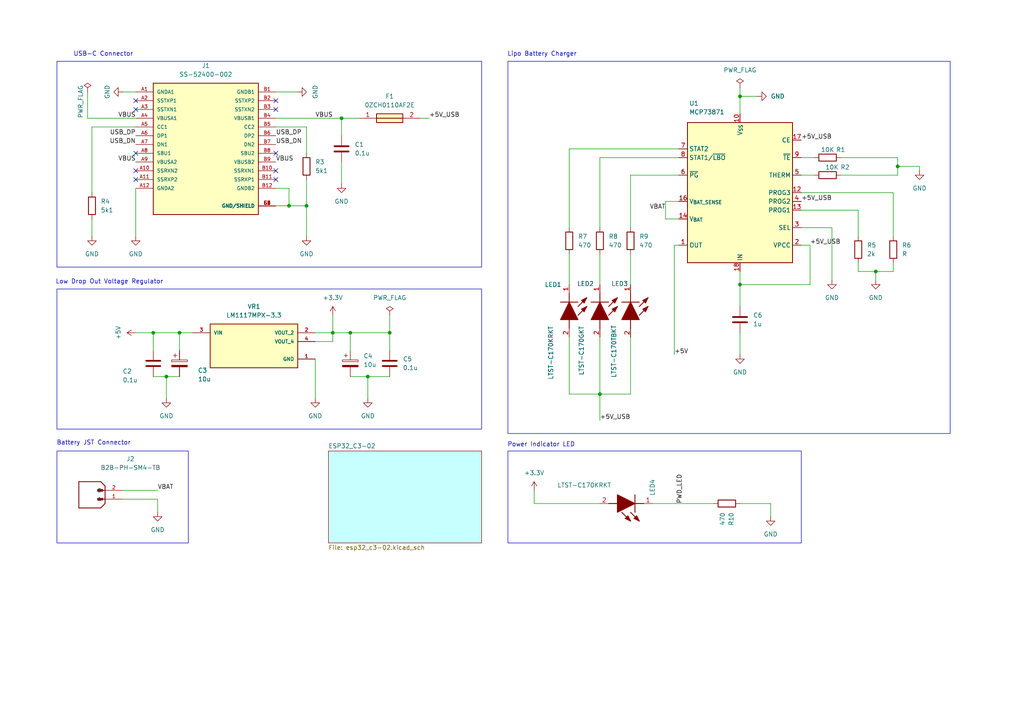
<source format=kicad_sch>
(kicad_sch (version 20250114) (generator "eeschema") (generator_version "9.0")
  (paper "A4")
  (title_block (title "ESP32 Sensor Board") (date "2025-04-18") (company "MCC") (comment 1 "test") (comment 2 "test2") (comment 3 "test3"))
  (lib_symbols
    (symbol "0ZCH0110AF2E:0ZCH0110AF2E" (pin_names (hide yes))
      (property "Reference" "F" (at 13.97 6.35 0))
      (property "Value" "0ZCH0110AF2E" (at 13.97 3.81 0))
      (symbol "0ZCH0110AF2E_1_1"
        (rectangle (start 5.08 1.27) (end 12.7 -1.27) (stroke (width 0.254)) (fill (type background)))
        (polyline (pts (xy 5.08 0) (xy 12.7 0)) (stroke (width 0.254)))
        (pin passive line (at 0 0 0) (length 5.08) (name "1") (number "1"))
        (pin passive line (at 17.78 0 180) (length 5.08) (name "2") (number "2"))
      )
    )
    (symbol "B2B-PH-SM4-TB:B2B-PH-SM4-TB" (pin_names (offset 1.016))
      (property "Reference" "J" (at 0 6.35 0))
      (property "Value" "B2B-PH-SM4-TB" (at 0 -5.08 0))
      (symbol "B2B-PH-SM4-TB_0_0"
        (polyline (pts (xy 0 3.81) (xy 0 2.54)) (stroke (width 0.254)))
        (polyline (pts (xy 0 3.81) (xy 1.27 5.08)) (stroke (width 0.254)))
        (polyline (pts (xy 0 2.54) (xy 0 -1.27)) (stroke (width 0.254)))
        (polyline (pts (xy 0 2.54) (xy 1.905 2.54)) (stroke (width 0.254)))
        (polyline (pts (xy 0 0) (xy 1.905 0)) (stroke (width 0.254)))
        (polyline (pts (xy 0 -1.27) (xy 1.27 -2.54)) (stroke (width 0.254)))
        (rectangle (start 0.635 2.2225) (end 2.2225 2.8575) (stroke (width 0.1)) (fill (type outline)))
        (rectangle (start 0.635 -0.3175) (end 2.2225 0.3175) (stroke (width 0.1)) (fill (type outline)))
        (polyline (pts (xy 1.27 -2.54) (xy 7.62 -2.54)) (stroke (width 0.254)))
        (polyline (pts (xy 7.62 5.08) (xy 1.27 5.08)) (stroke (width 0.254)))
        (polyline (pts (xy 7.62 -2.54) (xy 7.62 5.08)) (stroke (width 0.254)))
        (pin passive line (at -5.08 2.54 0) (length 5.08) (name "1") (number "1"))
        (pin passive line (at -5.08 0 0) (length 5.08) (name "2") (number "2"))
      )
    )
    (symbol "Battery_Management:MCP73871"
      (property "Reference" "U" (at -7.62 24.13 0))
      (property "Value" "MCP73871" (at -15.24 21.59 0))
      (symbol "MCP73871_0_1"
        (rectangle (start -15.24 20.32) (end 15.24 -20.32) (stroke (width 0.254)) (fill (type background)))
      )
      (symbol "MCP73871_1_1"
        (pin input line (at -17.78 15.24 0) (length 2.54) (name "VPCC") (number "2"))
        (pin input line (at -17.78 10.16 0) (length 2.54) (name "SEL") (number "3"))
        (pin bidirectional line (at -17.78 5.08 0) (length 2.54) (name "PROG1") (number "13"))
        (pin input line (at -17.78 2.54 0) (length 2.54) (name "PROG2") (number "4"))
        (pin bidirectional line (at -17.78 0 0) (length 2.54) (name "PROG3") (number "12"))
        (pin bidirectional line (at -17.78 -5.08 0) (length 2.54) (name "THERM") (number "5"))
        (pin input line (at -17.78 -10.16 0) (length 2.54) (name "~{TE}") (number "9"))
        (pin input line (at -17.78 -15.24 0) (length 2.54) (name "CE") (number "17"))
        (pin power_in line (at 0 22.86 270) (length 2.54) (name "IN") (number "18"))
        (pin passive line (at 0 22.86 270) (length 2.54) (hide yes) (name "IN") (number "19"))
        (pin power_in line (at 0 -22.86 90) (length 2.54) (name "V_{SS}") (number "10"))
        (pin passive line (at 0 -22.86 90) (length 2.54) (hide yes) (name "V_{SS}") (number "11"))
        (pin passive line (at 0 -22.86 90) (length 2.54) (hide yes) (name "V_{SS}") (number "21"))
        (pin power_out line (at 17.78 15.24 180) (length 2.54) (name "OUT") (number "1"))
        (pin passive line (at 17.78 15.24 180) (length 2.54) (hide yes) (name "OUT") (number "20"))
        (pin power_out line (at 17.78 7.62 180) (length 2.54) (name "V_{BAT}") (number "14"))
        (pin passive line (at 17.78 7.62 180) (length 2.54) (hide yes) (name "V_{BAT}") (number "15"))
        (pin input line (at 17.78 2.54 180) (length 2.54) (name "V_{BAT_SENSE}") (number "16"))
        (pin open_collector line (at 17.78 -5.08 180) (length 2.54) (name "~{PG}") (number "6"))
        (pin open_collector line (at 17.78 -10.16 180) (length 2.54) (name "STAT1/~{LBO}") (number "8"))
        (pin open_collector line (at 17.78 -12.7 180) (length 2.54) (name "STAT2") (number "7"))
      )
    )
    (symbol "Device:C" (pin_numbers (hide yes)) (pin_names (offset 0.254))
      (property "Reference" "C" (at 0.635 2.54 0))
      (property "Value" "C" (at 0.635 -2.54 0))
      (symbol "C_0_1"
        (polyline (pts (xy -2.032 0.762) (xy 2.032 0.762)) (stroke (width 0.508)))
        (polyline (pts (xy -2.032 -0.762) (xy 2.032 -0.762)) (stroke (width 0.508)))
      )
      (symbol "C_1_1"
        (pin passive line (at 0 3.81 270) (length 2.794) (name "~") (number "1"))
        (pin passive line (at 0 -3.81 90) (length 2.794) (name "~") (number "2"))
      )
    )
    (symbol "Device:C_Polarized" (pin_numbers (hide yes)) (pin_names (offset 0.254))
      (property "Reference" "C" (at 0.635 2.54 0))
      (property "Value" "C_Polarized" (at 0.635 -2.54 0))
      (symbol "C_Polarized_0_1"
        (rectangle (start -2.286 0.508) (end 2.286 1.016))
        (polyline (pts (xy -1.778 2.286) (xy -0.762 2.286)))
        (polyline (pts (xy -1.27 2.794) (xy -1.27 1.778)))
        (rectangle (start 2.286 -0.508) (end -2.286 -1.016) (fill (type outline)))
      )
      (symbol "C_Polarized_1_1"
        (pin passive line (at 0 3.81 270) (length 2.794) (name "~") (number "1"))
        (pin passive line (at 0 -3.81 90) (length 2.794) (name "~") (number "2"))
      )
    )
    (symbol "Device:R" (pin_numbers (hide yes)) (pin_names (offset 0))
      (property "Reference" "R" (at 2.032 0 90))
      (property "Value" "R" (at 0 0 90))
      (symbol "R_0_1"
        (rectangle (start -1.016 -2.54) (end 1.016 2.54) (stroke (width 0.254)))
      )
      (symbol "R_1_1"
        (pin passive line (at 0 3.81 270) (length 1.27) (name "~") (number "1"))
        (pin passive line (at 0 -3.81 90) (length 1.27) (name "~") (number "2"))
      )
    )
    (symbol "LM1117MPX-3.3:LM1117MPX-3.3" (pin_names (offset 1.016))
      (property "Reference" "VR" (at -12.7 6.08 0))
      (property "Value" "LM1117MPX-3.3" (at -12.7 -9.08 0))
      (symbol "LM1117MPX-3.3_0_0"
        (rectangle (start -12.7 -7.62) (end 12.7 5.08) (stroke (width 0.254)) (fill (type background)))
        (pin power_in line (at -17.78 2.54 0) (length 5.08) (name "VIN") (number "3"))
        (pin power_in line (at 17.78 2.54 180) (length 5.08) (name "VOUT_2") (number "2"))
        (pin power_in line (at 17.78 0 180) (length 5.08) (name "VOUT_4") (number "4"))
        (pin power_in line (at 17.78 -5.08 180) (length 5.08) (name "GND") (number "1"))
      )
    )
    (symbol "LTST-C170GKT:LTST-C170GKT" (pin_names (hide yes))
      (property "Reference" "LED" (at 12.7 8.89 0))
      (property "Value" "LTST-C170GKT" (at 12.7 6.35 0))
      (symbol "LTST-C170GKT_1_1"
        (polyline (pts (xy 2.54 0) (xy 5.08 0)) (stroke (width 0.254)))
        (polyline (pts (xy 5.08 2.54) (xy 5.08 -2.54)) (stroke (width 0.254)))
        (polyline (pts (xy 5.08 0) (xy 10.16 2.54) (xy 10.16 -2.54) (xy 5.08 0)) (stroke (width 0.254)) (fill (type outline)))
        (polyline (pts (xy 5.334 4.318) (xy 4.572 3.556) (xy 3.81 5.08) (xy 5.334 4.318)) (stroke (width 0.254)) (fill (type outline)))
        (polyline (pts (xy 6.35 2.54) (xy 3.81 5.08)) (stroke (width 0.254)))
        (polyline (pts (xy 7.874 4.318) (xy 7.112 3.556) (xy 6.35 5.08) (xy 7.874 4.318)) (stroke (width 0.254)) (fill (type outline)))
        (polyline (pts (xy 8.89 2.54) (xy 6.35 5.08)) (stroke (width 0.254)))
        (polyline (pts (xy 10.16 0) (xy 12.7 0)) (stroke (width 0.254)))
        (pin passive line (at 0 0 0) (length 2.54) (name "K") (number "1"))
        (pin passive line (at 15.24 0 180) (length 2.54) (name "A") (number "2"))
      )
    )
    (symbol "LTST-C170KRKT:LTST-C170KRKT" (pin_names (hide yes))
      (property "Reference" "LED" (at 12.7 8.89 0))
      (property "Value" "LTST-C170KRKT" (at 12.7 6.35 0))
      (symbol "LTST-C170KRKT_1_1"
        (polyline (pts (xy 2.54 0) (xy 5.08 0)) (stroke (width 0.254)))
        (polyline (pts (xy 5.08 2.54) (xy 5.08 -2.54)) (stroke (width 0.254)))
        (polyline (pts (xy 5.08 0) (xy 10.16 2.54) (xy 10.16 -2.54) (xy 5.08 0)) (stroke (width 0.254)) (fill (type outline)))
        (polyline (pts (xy 5.334 4.318) (xy 4.572 3.556) (xy 3.81 5.08) (xy 5.334 4.318)) (stroke (width 0.254)) (fill (type outline)))
        (polyline (pts (xy 6.35 2.54) (xy 3.81 5.08)) (stroke (width 0.254)))
        (polyline (pts (xy 7.874 4.318) (xy 7.112 3.556) (xy 6.35 5.08) (xy 7.874 4.318)) (stroke (width 0.254)) (fill (type outline)))
        (polyline (pts (xy 8.89 2.54) (xy 6.35 5.08)) (stroke (width 0.254)))
        (polyline (pts (xy 10.16 0) (xy 12.7 0)) (stroke (width 0.254)))
        (pin passive line (at 0 0 0) (length 2.54) (name "K") (number "1"))
        (pin passive line (at 15.24 0 180) (length 2.54) (name "A") (number "2"))
      )
    )
    (symbol "LTST-C170TBKT:LTST-C170TBKT" (pin_names (hide yes))
      (property "Reference" "LED" (at 12.7 8.89 0))
      (property "Value" "LTST-C170TBKT" (at 12.7 6.35 0))
      (symbol "LTST-C170TBKT_1_1"
        (polyline (pts (xy 2.54 0) (xy 5.08 0)) (stroke (width 0.254)))
        (polyline (pts (xy 5.08 2.54) (xy 5.08 -2.54)) (stroke (width 0.254)))
        (polyline (pts (xy 5.08 0) (xy 10.16 2.54) (xy 10.16 -2.54) (xy 5.08 0)) (stroke (width 0.254)) (fill (type outline)))
        (polyline (pts (xy 5.334 4.318) (xy 4.572 3.556) (xy 3.81 5.08) (xy 5.334 4.318)) (stroke (width 0.254)) (fill (type outline)))
        (polyline (pts (xy 6.35 2.54) (xy 3.81 5.08)) (stroke (width 0.254)))
        (polyline (pts (xy 7.874 4.318) (xy 7.112 3.556) (xy 6.35 5.08) (xy 7.874 4.318)) (stroke (width 0.254)) (fill (type outline)))
        (polyline (pts (xy 8.89 2.54) (xy 6.35 5.08)) (stroke (width 0.254)))
        (polyline (pts (xy 10.16 0) (xy 12.7 0)) (stroke (width 0.254)))
        (pin passive line (at 0 0 0) (length 2.54) (name "K") (number "1"))
        (pin passive line (at 15.24 0 180) (length 2.54) (name "A") (number "2"))
      )
    )
    (symbol "SS-52400-002:SS-52400-002" (pin_names (offset 1.016))
      (property "Reference" "J" (at -15.24 19.05 0))
      (property "Value" "SS-52400-002" (at -15.24 -22.86 0))
      (symbol "SS-52400-002_0_0"
        (rectangle (start -15.24 -20.32) (end 15.24 17.78) (stroke (width 0.254)) (fill (type background)))
        (pin power_in line (at -20.32 15.24 0) (length 5.08) (name "GNDA1") (number "A1"))
        (pin bidirectional line (at -20.32 12.7 0) (length 5.08) (name "SSTXP1") (number "A2"))
        (pin bidirectional line (at -20.32 10.16 0) (length 5.08) (name "SSTXN1") (number "A3"))
        (pin power_in line (at -20.32 7.62 0) (length 5.08) (name "VBUSA1") (number "A4"))
        (pin bidirectional line (at -20.32 5.08 0) (length 5.08) (name "CC1") (number "A5"))
        (pin bidirectional line (at -20.32 2.54 0) (length 5.08) (name "DP1") (number "A6"))
        (pin bidirectional line (at -20.32 0 0) (length 5.08) (name "DN1") (number "A7"))
        (pin bidirectional line (at -20.32 -2.54 0) (length 5.08) (name "SBU1") (number "A8"))
        (pin power_in line (at -20.32 -5.08 0) (length 5.08) (name "VBUSA2") (number "A9"))
        (pin bidirectional line (at -20.32 -7.62 0) (length 5.08) (name "SSRXN2") (number "A10"))
        (pin bidirectional line (at -20.32 -10.16 0) (length 5.08) (name "SSRXP2") (number "A11"))
        (pin power_in line (at -20.32 -12.7 0) (length 5.08) (name "GNDA2") (number "A12"))
        (pin power_in line (at 20.32 15.24 180) (length 5.08) (name "GNDB1") (number "B1"))
        (pin bidirectional line (at 20.32 12.7 180) (length 5.08) (name "SSTXP2") (number "B2"))
        (pin bidirectional line (at 20.32 10.16 180) (length 5.08) (name "SSTXN2") (number "B3"))
        (pin power_in line (at 20.32 7.62 180) (length 5.08) (name "VBUSB1") (number "B4"))
        (pin bidirectional line (at 20.32 5.08 180) (length 5.08) (name "CC2") (number "B5"))
        (pin bidirectional line (at 20.32 2.54 180) (length 5.08) (name "DP2") (number "B6"))
        (pin bidirectional line (at 20.32 0 180) (length 5.08) (name "DN2") (number "B7"))
        (pin bidirectional line (at 20.32 -2.54 180) (length 5.08) (name "SBU2") (number "B8"))
        (pin power_in line (at 20.32 -5.08 180) (length 5.08) (name "VBUSB2") (number "B9"))
        (pin bidirectional line (at 20.32 -7.62 180) (length 5.08) (name "SSRXN1") (number "B10"))
        (pin bidirectional line (at 20.32 -10.16 180) (length 5.08) (name "SSRXP1") (number "B11"))
        (pin power_in line (at 20.32 -12.7 180) (length 5.08) (name "GNDB2") (number "B12"))
        (pin power_in line (at 20.32 -17.78 180) (length 5.08) (name "GND/SHIELD") (number "G1"))
        (pin power_in line (at 20.32 -17.78 180) (length 5.08) (name "GND/SHIELD") (number "G2"))
        (pin power_in line (at 20.32 -17.78 180) (length 5.08) (name "GND/SHIELD") (number "G3"))
        (pin power_in line (at 20.32 -17.78 180) (length 5.08) (name "GND/SHIELD") (number "G4"))
        (pin power_in line (at 20.32 -17.78 180) (length 5.08) (name "GND/SHIELD") (number "S1"))
        (pin power_in line (at 20.32 -17.78 180) (length 5.08) (name "GND/SHIELD") (number "S2"))
        (pin power_in line (at 20.32 -17.78 180) (length 5.08) (name "GND/SHIELD") (number "S3"))
        (pin power_in line (at 20.32 -17.78 180) (length 5.08) (name "GND/SHIELD") (number "S4"))
      )
    )
    (symbol "power:+3.3V" (power) (pin_numbers (hide yes)) (pin_names (offset 0) (hide yes))
      (property "Value" "+3.3V" (at 0 3.556 0))
      (symbol "+3.3V_0_1"
        (polyline (pts (xy -0.762 1.27) (xy 0 2.54)))
        (polyline (pts (xy 0 2.54) (xy 0.762 1.27)))
        (polyline (pts (xy 0 0) (xy 0 2.54)))
      )
      (symbol "+3.3V_1_1"
        (pin power_in line (at 0 0 90) (length 0) (name "~") (number "1"))
      )
    )
    (symbol "power:+5V" (power) (pin_numbers (hide yes)) (pin_names (offset 0) (hide yes))
      (property "Value" "+5V" (at 0 3.556 0))
      (symbol "+5V_0_1"
        (polyline (pts (xy -0.762 1.27) (xy 0 2.54)))
        (polyline (pts (xy 0 2.54) (xy 0.762 1.27)))
        (polyline (pts (xy 0 0) (xy 0 2.54)))
      )
      (symbol "+5V_1_1"
        (pin power_in line (at 0 0 90) (length 0) (name "~") (number "1"))
      )
    )
    (symbol "power:GND" (power) (pin_numbers (hide yes)) (pin_names (offset 0) (hide yes))
      (property "Value" "GND" (at 0 -3.81 0))
      (symbol "GND_0_1"
        (polyline (pts (xy 0 0) (xy 0 -1.27) (xy 1.27 -1.27) (xy 0 -2.54) (xy -1.27 -1.27) (xy 0 -1.27)))
      )
      (symbol "GND_1_1"
        (pin power_in line (at 0 0 270) (length 0) (name "~") (number "1"))
      )
    )
    (symbol "power:PWR_FLAG" (power) (pin_numbers (hide yes)) (pin_names (offset 0) (hide yes))
      (property "Value" "PWR_FLAG" (at 0 3.81 0))
      (symbol "PWR_FLAG_0_0"
        (pin power_out line (at 0 0 90) (length 0) (name "~") (number "1"))
      )
      (symbol "PWR_FLAG_0_1"
        (polyline (pts (xy 0 0) (xy 0 1.27) (xy -1.016 1.905) (xy 0 2.54) (xy 1.016 1.905) (xy 0 1.27)))
      )
    )
  )
  (rectangle (start 16.51 83.82) (end 139.7 124.46))
  (rectangle (start 147.32 17.78) (end 275.59 125.73))
  (rectangle (start 16.51 130.81) (end 54.61 157.48))
  (rectangle (start 16.51 17.78) (end 139.7 77.47))
  (rectangle (start 147.32 130.81) (end 232.41 157.48))
  (text "Low Drop Out Voltage Regulator" (at 31.75 81.788 0) (effects (font (size 1.27 1.27))))
  (text "Battery JST Connector" (at 27.178 128.524 0) (effects (font (size 1.27 1.27))))
  (text "Power Indicator LED" (at 156.972 129.032 0) (effects (font (size 1.27 1.27))))
  (text "Lipo Battery Charger" (at 157.226 15.748 0) (effects (font (size 1.27 1.27))))
  (text "USB-C Connector" (at 29.972 15.748 0) (effects (font (size 1.27 1.27))))
  (junction (at 214.63 82.55))
  (junction (at 48.26 109.22))
  (junction (at 83.82 59.69))
  (junction (at 52.07 96.52))
  (junction (at 254 78.74))
  (junction (at 214.63 27.94))
  (junction (at 96.52 96.52))
  (junction (at 113.03 96.52))
  (junction (at 260.35 48.26))
  (junction (at 101.6 96.52))
  (junction (at 99.06 34.29))
  (junction (at 173.99 114.3))
  (junction (at 106.68 109.22))
  (junction (at 44.45 96.52))
  (junction (at 88.9 59.69))
  (no_connect (at 39.37 29.21))
  (no_connect (at 39.37 31.75))
  (no_connect (at 80.01 49.53))
  (no_connect (at 80.01 31.75))
  (no_connect (at 80.01 44.45))
  (no_connect (at 39.37 52.07))
  (no_connect (at 39.37 49.53))
  (no_connect (at 80.01 52.07))
  (no_connect (at 39.37 44.45))
  (no_connect (at 80.01 29.21))
  (wire (pts (xy 196.85 58.42) (xy 193.04 58.42)))
  (wire (pts (xy 113.03 91.44) (xy 113.03 96.52)))
  (wire (pts (xy 260.35 45.72) (xy 260.35 48.26)))
  (wire (pts (xy 173.99 73.66) (xy 173.99 82.55)))
  (wire (pts (xy 165.1 43.18) (xy 196.85 43.18)))
  (wire (pts (xy 182.88 97.79) (xy 182.88 114.3)))
  (wire (pts (xy 254 78.74) (xy 259.08 78.74)))
  (wire (pts (xy 259.08 55.88) (xy 259.08 68.58)))
  (wire (pts (xy 173.99 45.72) (xy 196.85 45.72)))
  (wire (pts (xy 26.67 55.88) (xy 26.67 36.83)))
  (wire (pts (xy 165.1 97.79) (xy 165.1 114.3)))
  (wire (pts (xy 259.08 78.74) (xy 259.08 76.2)))
  (wire (pts (xy 101.6 96.52) (xy 113.03 96.52)))
  (wire (pts (xy 83.82 59.69) (xy 88.9 59.69)))
  (wire (pts (xy 234.95 71.12) (xy 234.95 82.55)))
  (wire (pts (xy 121.92 34.29) (xy 124.46 34.29)))
  (wire (pts (xy 214.63 25.4) (xy 214.63 27.94)))
  (wire (pts (xy 44.45 96.52) (xy 44.45 101.6)))
  (wire (pts (xy 101.6 109.22) (xy 106.68 109.22)))
  (wire (pts (xy 195.58 71.12) (xy 195.58 102.87)))
  (wire (pts (xy 154.94 146.05) (xy 173.99 146.05)))
  (wire (pts (xy 232.41 50.8) (xy 236.22 50.8)))
  (wire (pts (xy 214.63 96.52) (xy 214.63 102.87)))
  (wire (pts (xy 165.1 114.3) (xy 173.99 114.3)))
  (wire (pts (xy 248.92 78.74) (xy 254 78.74)))
  (wire (pts (xy 48.26 109.22) (xy 48.26 115.57)))
  (wire (pts (xy 214.63 78.74) (xy 214.63 82.55)))
  (wire (pts (xy 52.07 101.6) (xy 52.07 96.52)))
  (wire (pts (xy 207.01 146.05) (xy 189.23 146.05)))
  (wire (pts (xy 80.01 34.29) (xy 99.06 34.29)))
  (wire (pts (xy 173.99 121.92) (xy 173.99 114.3)))
  (wire (pts (xy 26.67 36.83) (xy 39.37 36.83)))
  (wire (pts (xy 26.67 63.5) (xy 26.67 68.58)))
  (wire (pts (xy 214.63 27.94) (xy 214.63 33.02)))
  (wire (pts (xy 154.94 146.05) (xy 154.94 142.24)))
  (wire (pts (xy 52.07 96.52) (xy 55.88 96.52)))
  (wire (pts (xy 173.99 114.3) (xy 173.99 97.79)))
  (wire (pts (xy 196.85 71.12) (xy 195.58 71.12)))
  (wire (pts (xy 232.41 45.72) (xy 236.22 45.72)))
  (wire (pts (xy 232.41 66.04) (xy 241.3 66.04)))
  (wire (pts (xy 44.45 96.52) (xy 52.07 96.52)))
  (wire (pts (xy 214.63 82.55) (xy 214.63 88.9)))
  (wire (pts (xy 165.1 73.66) (xy 165.1 82.55)))
  (wire (pts (xy 99.06 46.99) (xy 99.06 53.34)))
  (wire (pts (xy 83.82 54.61) (xy 83.82 59.69)))
  (wire (pts (xy 254 78.74) (xy 254 81.28)))
  (wire (pts (xy 214.63 146.05) (xy 223.52 146.05)))
  (wire (pts (xy 88.9 59.69) (xy 88.9 68.58)))
  (wire (pts (xy 193.04 63.5) (xy 196.85 63.5)))
  (wire (pts (xy 113.03 96.52) (xy 113.03 101.6)))
  (wire (pts (xy 88.9 44.45) (xy 88.9 36.83)))
  (wire (pts (xy 25.4 34.29) (xy 39.37 34.29)))
  (wire (pts (xy 39.37 54.61) (xy 39.37 68.58)))
  (wire (pts (xy 243.84 45.72) (xy 260.35 45.72)))
  (wire (pts (xy 106.68 109.22) (xy 113.03 109.22)))
  (wire (pts (xy 241.3 66.04) (xy 241.3 81.28)))
  (wire (pts (xy 243.84 50.8) (xy 260.35 50.8)))
  (wire (pts (xy 88.9 52.07) (xy 88.9 59.69)))
  (wire (pts (xy 193.04 58.42) (xy 193.04 63.5)))
  (wire (pts (xy 39.37 96.52) (xy 44.45 96.52)))
  (wire (pts (xy 96.52 99.06) (xy 96.52 96.52)))
  (wire (pts (xy 101.6 96.52) (xy 101.6 101.6)))
  (wire (pts (xy 260.35 48.26) (xy 260.35 50.8)))
  (wire (pts (xy 173.99 114.3) (xy 182.88 114.3)))
  (wire (pts (xy 48.26 109.22) (xy 52.07 109.22)))
  (wire (pts (xy 173.99 66.04) (xy 173.99 45.72)))
  (wire (pts (xy 182.88 50.8) (xy 196.85 50.8)))
  (wire (pts (xy 80.01 26.67) (xy 86.36 26.67)))
  (wire (pts (xy 234.95 71.12) (xy 232.41 71.12)))
  (wire (pts (xy 260.35 48.26) (xy 266.7 48.26)))
  (wire (pts (xy 266.7 49.53) (xy 266.7 48.26)))
  (wire (pts (xy 25.4 26.67) (xy 25.4 34.29)))
  (wire (pts (xy 106.68 109.22) (xy 106.68 115.57)))
  (wire (pts (xy 165.1 66.04) (xy 165.1 43.18)))
  (wire (pts (xy 248.92 60.96) (xy 248.92 68.58)))
  (wire (pts (xy 214.63 27.94) (xy 219.71 27.94)))
  (wire (pts (xy 96.52 91.44) (xy 96.52 96.52)))
  (wire (pts (xy 35.56 142.24) (xy 45.72 142.24)))
  (wire (pts (xy 80.01 54.61) (xy 83.82 54.61)))
  (wire (pts (xy 91.44 104.14) (xy 91.44 115.57)))
  (wire (pts (xy 45.72 144.78) (xy 45.72 148.59)))
  (wire (pts (xy 248.92 76.2) (xy 248.92 78.74)))
  (wire (pts (xy 35.56 144.78) (xy 45.72 144.78)))
  (wire (pts (xy 88.9 36.83) (xy 80.01 36.83)))
  (wire (pts (xy 91.44 99.06) (xy 96.52 99.06)))
  (wire (pts (xy 182.88 66.04) (xy 182.88 50.8)))
  (wire (pts (xy 99.06 34.29) (xy 99.06 39.37)))
  (wire (pts (xy 99.06 34.29) (xy 104.14 34.29)))
  (wire (pts (xy 44.45 109.22) (xy 48.26 109.22)))
  (wire (pts (xy 223.52 146.05) (xy 223.52 149.86)))
  (wire (pts (xy 96.52 96.52) (xy 101.6 96.52)))
  (wire (pts (xy 234.95 82.55) (xy 214.63 82.55)))
  (wire (pts (xy 182.88 73.66) (xy 182.88 82.55)))
  (wire (pts (xy 35.56 26.67) (xy 39.37 26.67)))
  (wire (pts (xy 91.44 96.52) (xy 96.52 96.52)))
  (wire (pts (xy 80.01 59.69) (xy 83.82 59.69)))
  (wire (pts (xy 232.41 55.88) (xy 259.08 55.88)))
  (wire (pts (xy 232.41 60.96) (xy 248.92 60.96)))
  (label "+5V_USB" (at 232.41 58.42 0))
  (label "USB_DP" (at 39.37 39.37 180))
  (label "+5V_USB" (at 124.46 34.29 0))
  (label "USB_DP" (at 80.01 39.37 0))
  (label "VBUS" (at 39.37 34.29 180))
  (label "+5V_USB" (at 173.99 121.92 0))
  (label "+5V" (at 195.58 102.87 0))
  (label "+5V_USB" (at 234.95 71.12 0))
  (label "+5V_USB" (at 232.41 40.64 0))
  (label "VBUS" (at 39.37 46.99 180))
  (label "VBUS" (at 91.44 34.29 0))
  (label "USB_DN" (at 39.37 41.91 180))
  (label "VBAT" (at 193.04 60.96 180))
  (label "PWD_LED" (at 198.12 146.05 90))
  (label "VBAT" (at 45.72 142.24 0))
  (label "VBUS" (at 80.01 46.99 0))
  (label "USB_DN" (at 80.01 41.91 0))
  (symbol (lib_id "power:GND") (at 91.44 115.57 0) (unit 1)
    (property "Reference" "#PWR014" (effects (hide yes)))
    (property "Value" "GND" (at 91.44 120.65 0))
    (property "Description" "Power symbol creates a global label with name \"GND\" , ground" (effects (hide yes)))
  )
  (symbol (lib_id "LM1117MPX-3.3:LM1117MPX-3.3") (at 73.66 99.06 0) (unit 1)
    (property "Reference" "VR1" (at 73.66 88.9 0))
    (property "Value" "LM1117MPX-3.3" (at 73.66 91.44 0))
    (property "Footprint" "LM1117MPX-3.3:VREG_LM1117MPX-3.3" (effects (hide yes)))
    (property "MF" "onsemi" (effects (hide yes)))
    (property "DESCRIPTION" "800-mA 15-V linear voltage regulator 4-SOT-223" (effects (hide yes)))
    (property "PACKAGE" "SOT-223-4 Texas Instruments" (effects (hide yes)))
    (property "PRICE" "None" (effects (hide yes)))
    (property "Package" "SOT-223-4 ON Semiconductor" (effects (hide yes)))
    (property "Check_prices" "https://www.snapeda.com/parts/LM1117MPX-33NOPB/Onsemi/view-part/?ref=eda" (effects (hide yes)))
    (property "Price" "None" (effects (hide yes)))
    (property "SnapEDA_Link" "https://www.snapeda.com/parts/LM1117MPX-33NOPB/Onsemi/view-part/?ref=snap" (effects (hide yes)))
    (property "MP" "LM1117MPX-33NOPB" (effects (hide yes)))
    (property "Description_1" "Linear Voltage Regulator IC Positive Fixed 1 Output 800mA SOT-223" (effects (hide yes)))
    (property "Availability" "In Stock" (effects (hide yes)))
    (property "AVAILABILITY" "Warning" (effects (hide yes)))
    (property "PURCHASE-URL" "https://pricing.snapeda.com/search/part/LM1117MPX-3.3/?ref=eda" (effects (hide yes)))
  )
  (symbol (lib_id "LTST-C170GKT:LTST-C170GKT") (at 173.99 82.55 270) (unit 1)
    (property "Reference" "LED2" (at 167.386 82.296 90) (effects (justify left)))
    (property "Value" "LTST-C170GKT" (at 168.656 94.488 0) (effects (justify left)))
    (property "Footprint" "LEDC2012X120N" (effects (hide yes)))
    (property "Datasheet" "https://mm.digikey.com/Volume0/opasdata/d220001/medias/docus/895/LTST-C170GKT.pdf" (effects (hide yes)))
    (property "Description" "LED,SMD,0805,Green,6mcd,130deg Lite-On LTST-C170GKT, CHIPLED 0805 Series Green LED, 569 nm 2012 (0805), Rectangle Lens SMD package" (effects (hide yes)))
    (property "Height" "1.2" (effects (hide yes)))
    (property "Manufacturer_Name" "Lite-On" (effects (hide yes)))
    (property "Manufacturer_Part_Number" "LTST-C170GKT" (effects (hide yes)))
    (property "Mouser Part Number" "859-LTST-C170GKT" (effects (hide yes)))
    (property "Mouser Price/Stock" "https://www.mouser.co.uk/ProductDetail/Lite-On/LTST-C170GKT?qs=%2FSqKn2EfXQSV5aRij3YIfQ%3D%3D" (effects (hide yes)))
    (property "Arrow Part Number" "LTST-C170GKT" (effects (hide yes)))
    (property "Arrow Price/Stock" "https://www.arrow.com/en/products/ltst-c170gkt/lite-on-technology?utm_currency=USD&region=nac" (effects (hide yes)))
  )
  (symbol (lib_id "Device:C_Polarized") (at 101.6 105.41 0) (unit 1)
    (property "Reference" "C4" (at 105.41 103.2509 0) (effects (justify left)))
    (property "Value" "10u" (at 105.41 105.7909 0) (effects (justify left)))
    (property "Description" "Polarized capacitor" (effects (hide yes)))
  )
  (symbol (lib_id "Device:C") (at 113.03 105.41 0) (unit 1)
    (property "Reference" "C5" (at 116.84 104.1399 0) (effects (justify left)))
    (property "Value" "0.1u" (at 116.84 106.6799 0) (effects (justify left)))
    (property "Description" "Unpolarized capacitor" (effects (hide yes)))
  )
  (symbol (lib_id "Device:R") (at 173.99 69.85 0) (unit 1)
    (property "Reference" "R8" (at 176.53 68.5799 0) (effects (justify left)))
    (property "Value" "470" (at 176.53 71.1199 0) (effects (justify left)))
    (property "Description" "Resistor" (effects (hide yes)))
  )
  (symbol (lib_id "power:GND") (at 254 81.28 0) (unit 1)
    (property "Reference" "#PWR02" (effects (hide yes)))
    (property "Value" "GND" (at 254 86.36 0))
    (property "Description" "Power symbol creates a global label with name \"GND\" , ground" (effects (hide yes)))
  )
  (symbol (lib_id "Device:C") (at 99.06 43.18 0) (unit 1)
    (property "Reference" "C1" (at 102.87 41.9099 0) (effects (justify left)))
    (property "Value" "0.1u" (at 102.87 44.4499 0) (effects (justify left)))
    (property "Description" "Unpolarized capacitor" (effects (hide yes)))
  )
  (symbol (lib_id "B2B-PH-SM4-TB:B2B-PH-SM4-TB") (at 30.48 142.24 180) (unit 1)
    (property "Reference" "J2" (at 37.846 133.096 0))
    (property "Value" "B2B-PH-SM4-TB" (at 37.846 135.636 0))
    (property "Footprint" "B2B-PH-SM4-TB:JST_B2B-PH-SM4-TB" (effects (hide yes)))
    (property "MF" "JST" (effects (hide yes)))
    (property "MAXIMUM_PACKAGE_HEIGHT" "6.6 mm" (effects (hide yes)))
    (property "Package" "NON STANDARD-2 JST" (effects (hide yes)))
    (property "Price" "None" (effects (hide yes)))
    (property "Check_prices" "https://www.snapeda.com/parts/B2B-PH-SM4-TB/JST/view-part/?ref=eda" (effects (hide yes)))
    (property "STANDARD" "Manufacturer Recommendations" (effects (hide yes)))
    (property "PARTREV" "N/A" (effects (hide yes)))
    (property "SnapEDA_Link" "https://www.snapeda.com/parts/B2B-PH-SM4-TB/JST/view-part/?ref=snap" (effects (hide yes)))
    (property "MP" "B2B-PH-SM4-TB" (effects (hide yes)))
    (property "Description_1" "Connector Header Surface Mount 2 position 0.079 (2.00mm)" (effects (hide yes)))
    (property "Availability" "In Stock" (effects (hide yes)))
    (property "MANUFACTURER" "JST" (effects (hide yes)))
  )
  (symbol (lib_id "Device:R") (at 88.9 48.26 0) (unit 1)
    (property "Reference" "R3" (at 91.44 46.9899 0) (effects (justify left)))
    (property "Value" "5k1" (at 91.44 49.5299 0) (effects (justify left)))
    (property "Description" "Resistor" (effects (hide yes)))
  )
  (symbol (lib_id "power:+3.3V") (at 154.94 142.24 0) (unit 1)
    (property "Reference" "#PWR017" (effects (hide yes)))
    (property "Value" "+3.3V" (at 154.94 137.16 0))
    (property "Description" "Power symbol creates a global label with name \"+3.3V\"" (effects (hide yes)))
  )
  (symbol (lib_id "Device:R") (at 240.03 50.8 90) (unit 1)
    (property "Reference" "R2" (at 245.11 48.514 90))
    (property "Value" "10K" (at 241.3 48.514 90))
    (property "Description" "Resistor" (effects (hide yes)))
  )
  (symbol (lib_id "power:GND") (at 45.72 148.59 0) (unit 1)
    (property "Reference" "#PWR016" (effects (hide yes)))
    (property "Value" "GND" (at 45.72 153.67 0))
    (property "Description" "Power symbol creates a global label with name \"GND\" , ground" (effects (hide yes)))
  )
  (symbol (lib_id "LTST-C170KRKT:LTST-C170KRKT") (at 189.23 146.05 180) (unit 1)
    (property "Reference" "LED4" (at 189.23 138.938 90) (effects (justify left)))
    (property "Value" "LTST-C170KRKT" (at 177.292 140.716 0) (effects (justify left)))
    (property "Footprint" "LEDC2012X120N" (effects (hide yes)))
    (property "Datasheet" "https://componentsearchengine.com/Datasheets/1/LTST-C170KRKT.pdf" (effects (hide yes)))
    (property "Description" "Standard LEDs - SMD Red Clear 631nm" (effects (hide yes)))
    (property "Height" "1.2" (effects (hide yes)))
    (property "Manufacturer_Name" "Lite-On" (effects (hide yes)))
    (property "Manufacturer_Part_Number" "LTST-C170KRKT" (effects (hide yes)))
    (property "Mouser Part Number" "859-LTST-C170KRKT" (effects (hide yes)))
    (property "Mouser Price/Stock" "https://www.mouser.co.uk/ProductDetail/Lite-On/LTST-C170KRKT?qs=NUb82WqeCyrVOID%2Fxt4rgA%3D%3D" (effects (hide yes)))
    (property "Arrow Part Number" "LTST-C170KRKT" (effects (hide yes)))
    (property "Arrow Price/Stock" "https://www.arrow.com/en/products/ltst-c170krkt/lite-on-technology?utm_currency=USD&region=nac" (effects (hide yes)))
  )
  (symbol (lib_id "power:PWR_FLAG") (at 25.4 26.67 0) (unit 1)
    (property "Reference" "#FLG03" (effects (hide yes)))
    (property "Value" "PWR_FLAG" (at 23.368 29.464 90))
    (property "Description" "Special symbol for telling ERC where power comes from" (effects (hide yes)))
  )
  (symbol (lib_id "power:GND") (at 39.37 68.58 0) (unit 1)
    (property "Reference" "#PWR05" (effects (hide yes)))
    (property "Value" "GND" (at 39.37 73.66 0))
    (property "Description" "Power symbol creates a global label with name \"GND\" , ground" (effects (hide yes)))
  )
  (symbol (lib_id "LTST-C170TBKT:LTST-C170TBKT") (at 182.88 82.55 270) (unit 1)
    (property "Reference" "LED3" (at 177.292 82.296 90) (effects (justify left)))
    (property "Value" "LTST-C170TBKT" (at 178.054 94.234 0) (effects (justify left)))
    (property "Footprint" "LEDC2012X120N" (effects (hide yes)))
    (property "Datasheet" "https://componentsearchengine.com/Datasheets/1/LTST-C170TBKT.pdf" (effects (hide yes)))
    (property "Description" "LED,SMD,0805,Blue,28mcd,130deg" (effects (hide yes)))
    (property "Height" "1.2" (effects (hide yes)))
    (property "Manufacturer_Name" "Lite-On" (effects (hide yes)))
    (property "Manufacturer_Part_Number" "LTST-C170TBKT" (effects (hide yes)))
    (property "Mouser Part Number" "859-LTST-C170TBKT" (effects (hide yes)))
    (property "Mouser Price/Stock" "https://www.mouser.co.uk/ProductDetail/Lite-On/LTST-C170TBKT?qs=0uL0gcxEMop2ooGmIUzw3A%3D%3D" (effects (hide yes)))
    (property "Arrow Part Number" "LTST-C170TBKT" (effects (hide yes)))
    (property "Arrow Price/Stock" "https://www.arrow.com/en/products/ltst-c170tbkt/lite-on-technology?utm_currency=USD&region=nac" (effects (hide yes)))
  )
  (symbol (lib_id "power:GND") (at 214.63 102.87 0) (unit 1)
    (property "Reference" "#PWR010" (effects (hide yes)))
    (property "Value" "GND" (at 214.63 107.95 0))
    (property "Description" "Power symbol creates a global label with name \"GND\" , ground" (effects (hide yes)))
  )
  (symbol (lib_id "power:GND") (at 99.06 53.34 0) (unit 1)
    (property "Reference" "#PWR08" (effects (hide yes)))
    (property "Value" "GND" (at 99.06 58.42 0))
    (property "Description" "Power symbol creates a global label with name \"GND\" , ground" (effects (hide yes)))
  )
  (symbol (lib_id "Device:R") (at 210.82 146.05 270) (unit 1)
    (property "Reference" "R10" (at 212.0901 148.59 0) (effects (justify left)))
    (property "Value" "470" (at 209.5501 148.59 0) (effects (justify left)))
    (property "Description" "Resistor" (effects (hide yes)))
  )
  (symbol (lib_id "SS-52400-002:SS-52400-002") (at 59.69 41.91 0) (unit 1)
    (property "Reference" "J1" (at 59.69 19.05 0))
    (property "Value" "SS-52400-002" (at 59.69 21.59 0))
    (property "Footprint" "SS-52400-002:BELFUSE_SS-52400-002" (effects (hide yes)))
    (property "MF" "Bel Fuse" (effects (hide yes)))
    (property "MAXIMUM_PACKAGE_HEIGHT" "2.96 mm" (effects (hide yes)))
    (property "Package" "None" (effects (hide yes)))
    (property "Price" "None" (effects (hide yes)))
    (property "Check_prices" "https://www.snapeda.com/parts/SS-52400-002/Bel+Circuit+Protection/view-part/?ref=eda" (effects (hide yes)))
    (property "STANDARD" "Manufacturer Recommendations" (effects (hide yes)))
    (property "PARTREV" "A0" (effects (hide yes)))
    (property "SnapEDA_Link" "https://www.snapeda.com/parts/SS-52400-002/Bel+Circuit+Protection/view-part/?ref=snap" (effects (hide yes)))
    (property "MP" "SS-52400-002" (effects (hide yes)))
    (property "Description_1" "USB Type-C Connector | USB 3.1 | 1 Port | Right Angle Receptacle | Shielded | 0.039 in (1.00mm) PCB Thickness" (effects (hide yes)))
    (property "Availability" "In Stock" (effects (hide yes)))
    (property "MANUFACTURER" "BelFuse" (effects (hide yes)))
  )
  (symbol (lib_id "Device:R") (at 26.67 59.69 0) (unit 1)
    (property "Reference" "R4" (at 29.21 58.4199 0) (effects (justify left)))
    (property "Value" "5k1" (at 29.21 60.9599 0) (effects (justify left)))
    (property "Description" "Resistor" (effects (hide yes)))
  )
  (symbol (lib_id "power:PWR_FLAG") (at 113.03 91.44 0) (unit 1)
    (property "Reference" "#FLG02" (effects (hide yes)))
    (property "Value" "PWR_FLAG" (at 113.03 86.36 0))
    (property "Description" "Special symbol for telling ERC where power comes from" (effects (hide yes)))
  )
  (symbol (lib_id "Device:R") (at 259.08 72.39 0) (unit 1)
    (property "Reference" "R6" (at 261.62 71.1199 0) (effects (justify left)))
    (property "Value" "R" (at 261.62 73.6599 0) (effects (justify left)))
    (property "Description" "Resistor" (effects (hide yes)))
  )
  (symbol (lib_id "power:GND") (at 26.67 68.58 0) (unit 1)
    (property "Reference" "#PWR04" (effects (hide yes)))
    (property "Value" "GND" (at 26.67 73.66 0))
    (property "Description" "Power symbol creates a global label with name \"GND\" , ground" (effects (hide yes)))
  )
  (symbol (lib_id "power:GND") (at 88.9 68.58 0) (unit 1)
    (property "Reference" "#PWR03" (effects (hide yes)))
    (property "Value" "GND" (at 88.9 73.66 0))
    (property "Description" "Power symbol creates a global label with name \"GND\" , ground" (effects (hide yes)))
  )
  (symbol (lib_id "power:GND") (at 266.7 49.53 0) (unit 1)
    (property "Reference" "#PWR01" (effects (hide yes)))
    (property "Value" "GND" (at 266.7 54.61 0))
    (property "Description" "Power symbol creates a global label with name \"GND\" , ground" (effects (hide yes)))
  )
  (symbol (lib_id "power:GND") (at 86.36 26.67 90) (unit 1)
    (property "Reference" "#PWR07" (effects (hide yes)))
    (property "Value" "GND" (at 91.44 26.67 0))
    (property "Description" "Power symbol creates a global label with name \"GND\" , ground" (effects (hide yes)))
  )
  (symbol (lib_id "Device:R") (at 182.88 69.85 0) (unit 1)
    (property "Reference" "R9" (at 185.42 68.5799 0) (effects (justify left)))
    (property "Value" "470" (at 185.42 71.1199 0) (effects (justify left)))
    (property "Description" "Resistor" (effects (hide yes)))
  )
  (symbol (lib_id "power:PWR_FLAG") (at 214.63 25.4 0) (unit 1)
    (property "Reference" "#FLG01" (effects (hide yes)))
    (property "Value" "PWR_FLAG" (at 214.63 20.32 0))
    (property "Description" "Special symbol for telling ERC where power comes from" (effects (hide yes)))
  )
  (symbol (lib_id "Device:R") (at 165.1 69.85 0) (unit 1)
    (property "Reference" "R7" (at 167.64 68.5799 0) (effects (justify left)))
    (property "Value" "470" (at 167.64 71.1199 0) (effects (justify left)))
    (property "Description" "Resistor" (effects (hide yes)))
  )
  (symbol (lib_id "Device:C_Polarized") (at 52.07 105.41 0) (unit 1)
    (property "Reference" "C3" (at 57.404 107.442 0) (effects (justify left)))
    (property "Value" "10u" (at 57.404 109.982 0) (effects (justify left)))
    (property "Description" "Polarized capacitor" (effects (hide yes)))
  )
  (symbol (lib_id "power:+5V") (at 39.37 96.52 90) (unit 1)
    (property "Reference" "#PWR015" (effects (hide yes)))
    (property "Value" "+5V" (at 34.29 96.52 0))
    (property "Description" "Power symbol creates a global label with name \"+5V\"" (effects (hide yes)))
  )
  (symbol (lib_id "Device:C") (at 44.45 105.41 0) (unit 1)
    (property "Reference" "C2" (at 35.56 107.696 0) (effects (justify left)))
    (property "Value" "0.1u" (at 35.56 110.236 0) (effects (justify left)))
    (property "Description" "Unpolarized capacitor" (effects (hide yes)))
  )
  (symbol (lib_id "power:GND") (at 48.26 115.57 0) (unit 1)
    (property "Reference" "#PWR011" (effects (hide yes)))
    (property "Value" "GND" (at 48.26 120.65 0))
    (property "Description" "Power symbol creates a global label with name \"GND\" , ground" (effects (hide yes)))
  )
  (symbol (lib_id "power:GND") (at 223.52 149.86 0) (unit 1)
    (property "Reference" "#PWR018" (effects (hide yes)))
    (property "Value" "GND" (at 223.52 154.94 0))
    (property "Description" "Power symbol creates a global label with name \"GND\" , ground" (effects (hide yes)))
  )
  (symbol (lib_id "power:GND") (at 35.56 26.67 270) (unit 1)
    (property "Reference" "#PWR06" (effects (hide yes)))
    (property "Value" "GND" (at 31.115 26.67 0))
    (property "Description" "Power symbol creates a global label with name \"GND\" , ground" (effects (hide yes)))
  )
  (symbol (lib_id "power:GND") (at 241.3 81.28 0) (unit 1)
    (property "Reference" "#PWR019" (effects (hide yes)))
    (property "Value" "GND" (at 241.3 86.36 0))
    (property "Description" "Power symbol creates a global label with name \"GND\" , ground" (effects (hide yes)))
  )
  (symbol (lib_id "0ZCH0110AF2E:0ZCH0110AF2E") (at 104.14 34.29 0) (unit 1)
    (property "Reference" "F1" (at 113.03 27.94 0))
    (property "Value" "0ZCH0110AF2E" (at 113.03 30.48 0))
    (property "Footprint" "FUSC3226X100N" (effects (hide yes)))
    (property "Datasheet" "https://www.belfuse.com/resources/datasheets/circuitprotection/ds-cp-0zch-series.pdf" (effects (hide yes)))
    (property "Description" "1210 SMT PPTC | 1.10 Ih | 16V" (effects (hide yes)))
    (property "Height" "1" (effects (hide yes)))
    (property "Manufacturer_Name" "Bel Circuit Protection" (effects (hide yes)))
    (property "Manufacturer_Part_Number" "0ZCH0110AF2E" (effects (hide yes)))
  )
  (symbol (lib_id "Device:C") (at 214.63 92.71 0) (unit 1)
    (property "Reference" "C6" (at 218.44 91.4399 0) (effects (justify left)))
    (property "Value" "1u" (at 218.44 93.9799 0) (effects (justify left)))
    (property "Description" "Unpolarized capacitor" (effects (hide yes)))
  )
  (symbol (lib_id "Device:R") (at 240.03 45.72 90) (unit 1)
    (property "Reference" "R1" (at 243.84 43.434 90))
    (property "Value" "10K" (at 240.03 43.434 90))
    (property "Description" "Resistor" (effects (hide yes)))
  )
  (symbol (lib_id "power:GND") (at 219.71 27.94 90) (unit 1)
    (property "Reference" "#PWR09" (effects (hide yes)))
    (property "Value" "GND" (at 223.52 27.9399 90) (effects (justify right)))
    (property "Description" "Power symbol creates a global label with name \"GND\" , ground" (effects (hide yes)))
  )
  (symbol (lib_id "LTST-C170KRKT:LTST-C170KRKT") (at 165.1 82.55 270) (unit 1)
    (property "Reference" "LED1" (at 157.988 82.55 90) (effects (justify left)))
    (property "Value" "LTST-C170KRKT" (at 159.766 94.488 0) (effects (justify left)))
    (property "Footprint" "LEDC2012X120N" (effects (hide yes)))
    (property "Datasheet" "https://componentsearchengine.com/Datasheets/1/LTST-C170KRKT.pdf" (effects (hide yes)))
    (property "Description" "Standard LEDs - SMD Red Clear 631nm" (effects (hide yes)))
    (property "Height" "1.2" (effects (hide yes)))
    (property "Manufacturer_Name" "Lite-On" (effects (hide yes)))
    (property "Manufacturer_Part_Number" "LTST-C170KRKT" (effects (hide yes)))
    (property "Mouser Part Number" "859-LTST-C170KRKT" (effects (hide yes)))
    (property "Mouser Price/Stock" "https://www.mouser.co.uk/ProductDetail/Lite-On/LTST-C170KRKT?qs=NUb82WqeCyrVOID%2Fxt4rgA%3D%3D" (effects (hide yes)))
    (property "Arrow Part Number" "LTST-C170KRKT" (effects (hide yes)))
    (property "Arrow Price/Stock" "https://www.arrow.com/en/products/ltst-c170krkt/lite-on-technology?utm_currency=USD&region=nac" (effects (hide yes)))
  )
  (symbol (lib_id "Device:R") (at 248.92 72.39 0) (unit 1)
    (property "Reference" "R5" (at 251.46 71.1199 0) (effects (justify left)))
    (property "Value" "2k" (at 251.46 73.6599 0) (effects (justify left)))
    (property "Description" "Resistor" (effects (hide yes)))
  )
  (symbol (lib_id "power:+3.3V") (at 96.52 91.44 0) (unit 1)
    (property "Reference" "#PWR012" (effects (hide yes)))
    (property "Value" "+3.3V" (at 96.52 86.36 0))
    (property "Description" "Power symbol creates a global label with name \"+3.3V\"" (effects (hide yes)))
  )
  (symbol (lib_id "power:GND") (at 106.68 115.57 0) (unit 1)
    (property "Reference" "#PWR013" (effects (hide yes)))
    (property "Value" "GND" (at 106.68 120.65 0))
    (property "Description" "Power symbol creates a global label with name \"GND\" , ground" (effects (hide yes)))
  )
  (symbol (lib_id "Battery_Management:MCP73871") (at 214.63 55.88 180) (unit 1)
    (property "Reference" "U1" (at 199.898 29.972 0) (effects (justify right)))
    (property "Value" "MCP73871" (at 199.898 32.512 0) (effects (justify right)))
    (property "Footprint" "Package_DFN_QFN:QFN-20-1EP_4x4mm_P0.5mm_EP2.5x2.5mm" (effects (hide yes)))
    (property "Datasheet" "http://www.mouser.com/ds/2/268/22090a-52174.pdf" (effects (hide yes)))
    (property "Description" "Single cell, Li-Ion/Li-Po charge management controller" (effects (hide yes)))
  )
  (sheet (at 95.25 130.81) (size 44.45 26.67) (stroke (width 0.1524)) (fill (color 198 255 254 1.0000))
    (property "Sheetname" "ESP32_C3-02" (at 95.25 130.0984 0) (effects (justify left bottom)))
    (property "Sheetfile" "esp32_c3-02.kicad_sch" (at 95.25 158.0646 0) (effects (justify left top)))
  )
)
</source>
